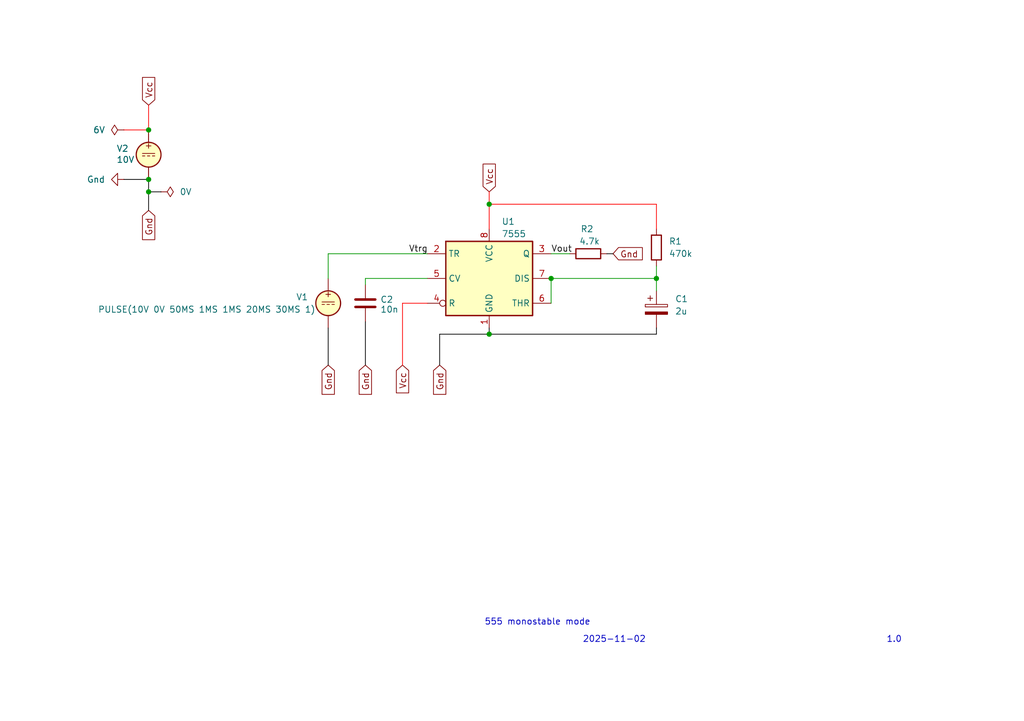
<source format=kicad_sch>
(kicad_sch (version 20250114) (generator "eeschema") (generator_version "9.0")
  (paper "A5")
  (lib_symbols
    (symbol "Device:C" (pin_numbers (hide yes)) (pin_names (offset 0.254))
      (property "Reference" "C" (at 0.635 2.54 0))
      (property "Value" "C" (at 0.635 -2.54 0))
      (symbol "C_0_1"
        (polyline (pts (xy -2.032 0.762) (xy 2.032 0.762)) (stroke (width 0.508)))
        (polyline (pts (xy -2.032 -0.762) (xy 2.032 -0.762)) (stroke (width 0.508)))
      )
      (symbol "C_1_1"
        (pin passive line (at 0 3.81 270) (length 2.794) (name "~") (number "1"))
        (pin passive line (at 0 -3.81 90) (length 2.794) (name "~") (number "2"))
      )
    )
    (symbol "Device:C_Polarized" (pin_numbers (hide yes)) (pin_names (offset 0.254))
      (property "Reference" "C" (at 0.635 2.54 0))
      (property "Value" "C_Polarized" (at 0.635 -2.54 0))
      (symbol "C_Polarized_0_1"
        (rectangle (start -2.286 0.508) (end 2.286 1.016))
        (polyline (pts (xy -1.778 2.286) (xy -0.762 2.286)))
        (polyline (pts (xy -1.27 2.794) (xy -1.27 1.778)))
        (rectangle (start 2.286 -0.508) (end -2.286 -1.016) (fill (type outline)))
      )
      (symbol "C_Polarized_1_1"
        (pin passive line (at 0 3.81 270) (length 2.794) (name "~") (number "1"))
        (pin passive line (at 0 -3.81 90) (length 2.794) (name "~") (number "2"))
      )
    )
    (symbol "Device:R" (pin_numbers (hide yes)) (pin_names (offset 0))
      (property "Reference" "R" (at 2.032 0 90))
      (property "Value" "R" (at 0 0 90))
      (symbol "R_0_1"
        (rectangle (start -1.016 -2.54) (end 1.016 2.54) (stroke (width 0.254)))
      )
      (symbol "R_1_1"
        (pin passive line (at 0 3.81 270) (length 1.27) (name "~") (number "1"))
        (pin passive line (at 0 -3.81 90) (length 1.27) (name "~") (number "2"))
      )
    )
    (symbol "Simulation_SPICE:VDC" (pin_numbers (hide yes)) (pin_names (offset 0.0254))
      (property "Reference" "V" (at 2.54 2.54 0))
      (property "Value" "1" (at 2.54 0 0))
      (symbol "VDC_0_0"
        (polyline (pts (xy -1.27 0.254) (xy 1.27 0.254)))
        (polyline (pts (xy -0.762 -0.254) (xy -1.27 -0.254)))
        (polyline (pts (xy 0.254 -0.254) (xy -0.254 -0.254)))
        (polyline (pts (xy 1.27 -0.254) (xy 0.762 -0.254)))
        (text "+" (at 0 1.905 0) (effects (font (size 1.27 1.27))))
      )
      (symbol "VDC_0_1"
        (circle (center 0 0) (radius 2.54) (stroke (width 0.254)) (fill (type background)))
      )
      (symbol "VDC_1_1"
        (pin passive line (at 0 5.08 270) (length 2.54) (name "~") (number "1"))
        (pin passive line (at 0 -5.08 90) (length 2.54) (name "~") (number "2"))
      )
    )
    (symbol "Timer:LM555xN"
      (property "Reference" "U" (at -10.16 8.89 0))
      (property "Value" "LM555xN" (at 2.54 8.89 0))
      (symbol "LM555xN_0_0"
        (pin power_in line (at 0 10.16 270) (length 2.54) (name "VCC") (number "8"))
        (pin power_in line (at 0 -10.16 90) (length 2.54) (name "GND") (number "1"))
      )
      (symbol "LM555xN_0_1"
        (rectangle (start -8.89 -7.62) (end 8.89 7.62) (stroke (width 0.254)) (fill (type background)))
        (rectangle (start -8.89 -7.62) (end 8.89 7.62) (stroke (width 0.254)) (fill (type background)))
      )
      (symbol "LM555xN_1_1"
        (pin input line (at -12.7 5.08 0) (length 3.81) (name "TR") (number "2"))
        (pin input line (at -12.7 0 0) (length 3.81) (name "CV") (number "5"))
        (pin input inverted (at -12.7 -5.08 0) (length 3.81) (name "R") (number "4"))
        (pin output line (at 12.7 5.08 180) (length 3.81) (name "Q") (number "3"))
        (pin input line (at 12.7 0 180) (length 3.81) (name "DIS") (number "7"))
        (pin input line (at 12.7 -5.08 180) (length 3.81) (name "THR") (number "6"))
      )
    )
    (symbol "power:GND" (power) (pin_numbers (hide yes)) (pin_names (offset 0) (hide yes))
      (property "Value" "GND" (at 0 -3.81 0))
      (symbol "GND_0_1"
        (polyline (pts (xy 0 0) (xy 0 -1.27) (xy 1.27 -1.27) (xy 0 -2.54) (xy -1.27 -1.27) (xy 0 -1.27)))
      )
      (symbol "GND_1_1"
        (pin power_in line (at 0 0 270) (length 0) (name "~") (number "1"))
      )
    )
    (symbol "power:PWR_FLAG" (power) (pin_numbers (hide yes)) (pin_names (offset 0) (hide yes))
      (property "Value" "PWR_FLAG" (at 0 3.81 0))
      (symbol "PWR_FLAG_0_0"
        (pin power_out line (at 0 0 90) (length 0) (name "~") (number "1"))
      )
      (symbol "PWR_FLAG_0_1"
        (polyline (pts (xy 0 0) (xy 0 1.27) (xy -1.016 1.905) (xy 0 2.54) (xy 1.016 1.905) (xy 0 1.27)))
      )
    )
  )
  (text "555 monostable mode" (at 110.236 127.762 0) (effects (font (size 1.27 1.27))))
  (text "2025-11-02" (at 125.984 131.318 0) (effects (font (size 1.27 1.27))))
  (text "1.0" (at 183.388 131.318 0) (effects (font (size 1.27 1.27))))
  (junction (at 30.48 36.83))
  (junction (at 134.62 57.15))
  (junction (at 100.33 68.58))
  (junction (at 30.48 26.67))
  (junction (at 113.03 57.15))
  (junction (at 30.48 39.37))
  (junction (at 100.33 41.91))
  (wire (pts (xy 67.31 52.07) (xy 87.63 52.07)))
  (wire (pts (xy 134.62 41.91) (xy 134.62 46.99)) (stroke (width 0) (color 255 0 0 1)))
  (wire (pts (xy 74.93 66.04) (xy 74.93 74.93)) (stroke (width 0) (color 0 0 0 1)))
  (wire (pts (xy 74.93 57.15) (xy 87.63 57.15)))
  (wire (pts (xy 30.48 39.37) (xy 33.02 39.37)) (stroke (width 0) (color 0 0 0 1)))
  (wire (pts (xy 134.62 57.15) (xy 134.62 59.69)))
  (wire (pts (xy 113.03 57.15) (xy 113.03 62.23)))
  (wire (pts (xy 90.17 68.58) (xy 100.33 68.58)) (stroke (width 0) (color 0 0 0 1)))
  (wire (pts (xy 100.33 41.91) (xy 100.33 46.99)) (stroke (width 0) (color 255 0 0 1)))
  (wire (pts (xy 30.48 39.37) (xy 30.48 43.18)) (stroke (width 0) (color 0 0 0 1)))
  (wire (pts (xy 30.48 21.59) (xy 30.48 26.67)) (stroke (width 0) (color 255 0 0 1)))
  (wire (pts (xy 25.4 26.67) (xy 30.48 26.67)) (stroke (width 0) (color 255 0 0 1)))
  (wire (pts (xy 134.62 54.61) (xy 134.62 57.15)))
  (wire (pts (xy 67.31 67.31) (xy 67.31 74.93)) (stroke (width 0) (color 0 0 0 1)))
  (wire (pts (xy 100.33 39.37) (xy 100.33 41.91)) (stroke (width 0) (color 255 0 0 1)))
  (wire (pts (xy 30.48 39.37) (xy 30.48 36.83)) (stroke (width 0) (color 0 0 0 1)))
  (wire (pts (xy 134.62 67.31) (xy 134.62 68.58)) (stroke (width 0) (color 0 0 0 1)))
  (wire (pts (xy 82.55 62.23) (xy 82.55 74.93)) (stroke (width 0) (color 255 0 0 1)))
  (wire (pts (xy 125.73 52.07) (xy 124.46 52.07)) (stroke (width 0) (color 0 0 0 1)))
  (wire (pts (xy 82.55 62.23) (xy 87.63 62.23)) (stroke (width 0) (color 255 0 0 1)))
  (wire (pts (xy 113.03 57.15) (xy 134.62 57.15)))
  (wire (pts (xy 67.31 57.15) (xy 67.31 52.07)))
  (wire (pts (xy 113.03 52.07) (xy 116.84 52.07)))
  (wire (pts (xy 74.93 57.15) (xy 74.93 58.42)))
  (wire (pts (xy 100.33 68.58) (xy 134.62 68.58)) (stroke (width 0) (color 0 0 0 1)))
  (wire (pts (xy 100.33 67.31) (xy 100.33 68.58)) (stroke (width 0) (color 0 0 0 1)))
  (wire (pts (xy 100.33 41.91) (xy 134.62 41.91)) (stroke (width 0) (color 255 0 0 1)))
  (wire (pts (xy 90.17 68.58) (xy 90.17 74.93)) (stroke (width 0) (color 0 0 0 1)))
  (wire (pts (xy 25.4 36.83) (xy 30.48 36.83)) (stroke (width 0) (color 0 0 0 1)))
  (label "Vout" (at 113.03 52.07 0))
  (label "Vtrg" (at 83.82 52.07 0))
  (global_label "Gnd" (shape input) (at 67.31 74.93 270) (property "Intersheetrefs" "${INTERSHEET_REFS}" (effects (hide yes))))
  (global_label "Gnd" (shape input) (at 74.93 74.93 270) (property "Intersheetrefs" "${INTERSHEET_REFS}" (effects (hide yes))))
  (global_label "Vcc" (shape input) (at 82.55 74.93 270) (property "Intersheetrefs" "${INTERSHEET_REFS}" (effects (hide yes))))
  (global_label "Gnd" (shape input) (at 125.73 52.07 0) (property "Intersheetrefs" "${INTERSHEET_REFS}" (effects (hide yes))))
  (global_label "Gnd" (shape input) (at 90.17 74.93 270) (property "Intersheetrefs" "${INTERSHEET_REFS}" (effects (hide yes))))
  (global_label "Vcc" (shape input) (at 30.48 21.59 90) (property "Intersheetrefs" "${INTERSHEET_REFS}" (effects (hide yes))))
  (global_label "Vcc" (shape input) (at 100.33 39.37 90) (property "Intersheetrefs" "${INTERSHEET_REFS}" (effects (hide yes))))
  (global_label "Gnd" (shape input) (at 30.48 43.18 270) (property "Intersheetrefs" "${INTERSHEET_REFS}" (effects (hide yes))))
  (symbol (lib_id "Timer:LM555xN") (at 100.33 57.15 0) (unit 1)
    (property "Reference" "U1" (at 102.87 45.466 0) (effects (justify left)))
    (property "Value" "7555" (at 102.87 48.006 0) (effects (justify left)))
    (property "Footprint" "Package_DIP:DIP-8_W7.62mm" (effects (hide yes)))
    (property "Datasheet" "http://www.ti.com/lit/ds/symlink/lm555.pdf" (effects (hide yes)))
    (property "Description" "Timer, 555 compatible, PDIP-8" (effects (hide yes)))
    (property "Sim.Library" "/home/kjetil/kicad/NE555.lib" (effects (hide yes)))
    (property "Sim.Name" "NE555" (effects (hide yes)))
    (property "Sim.Device" "SUBCKT" (effects (hide yes)))
    (property "Sim.Pins" "1=1 2=2 3=3 4=4 5=5 6=6 7=7 8=8" (effects (hide yes)))
  )
  (symbol (lib_id "Simulation_SPICE:VDC") (at 67.31 62.23 0) (unit 1)
    (property "Reference" "V1" (at 60.706 60.96 0) (effects (justify left)))
    (property "Value" "PULSE(10V 0V 50MS 1MS 1MS 20MS 30MS 1)" (at 20.066 63.5 0) (effects (justify left)))
    (property "Datasheet" "https://ngspice.sourceforge.io/docs/ngspice-html-manual/manual.xhtml#sec_Independent_Sources_for" (effects (hide yes)))
    (property "Description" "Voltage source, DC" (effects (hide yes)))
    (property "Sim.Pins" "1=+ 2=-" (effects (hide yes)))
    (property "Sim.Type" "DC" (effects (hide yes)))
    (property "Sim.Device" "V" (effects (hide yes)))
  )
  (symbol (lib_id "power:PWR_FLAG") (at 33.02 39.37 270) (unit 1)
    (property "Reference" "#FLG02" (effects (hide yes)))
    (property "Value" "0V" (at 36.83 39.37 90) (effects (justify left)))
    (property "Description" "Special symbol for telling ERC where power comes from" (effects (hide yes)))
  )
  (symbol (lib_id "Device:R") (at 134.62 50.8 0) (unit 1)
    (property "Reference" "R1" (at 137.16 49.5299 0) (effects (justify left)))
    (property "Value" "470k" (at 137.16 52.0699 0) (effects (justify left)))
    (property "Description" "Resistor" (effects (hide yes)))
  )
  (symbol (lib_id "Device:C") (at 74.93 62.23 180) (unit 1)
    (property "Reference" "C2" (at 77.978 61.468 0) (effects (justify right)))
    (property "Value" "10n" (at 77.978 63.5 0) (effects (justify right)))
    (property "Description" "Unpolarized capacitor" (effects (hide yes)))
  )
  (symbol (lib_id "Device:C_Polarized") (at 134.62 63.5 0) (unit 1)
    (property "Reference" "C1" (at 138.43 61.3409 0) (effects (justify left)))
    (property "Value" "2u" (at 138.43 63.8809 0) (effects (justify left)))
    (property "Description" "Polarized capacitor" (effects (hide yes)))
  )
  (symbol (lib_id "Simulation_SPICE:VDC") (at 30.48 31.75 0) (unit 1)
    (property "Reference" "V2" (at 23.876 30.48 0) (effects (justify left)))
    (property "Value" "10V" (at 23.876 32.766 0) (effects (justify left)))
    (property "Datasheet" "https://ngspice.sourceforge.io/docs/ngspice-html-manual/manual.xhtml#sec_Independent_Sources_for" (effects (hide yes)))
    (property "Description" "Voltage source, DC" (effects (hide yes)))
    (property "Sim.Pins" "1=+ 2=-" (effects (hide yes)))
    (property "Sim.Type" "DC" (effects (hide yes)))
    (property "Sim.Device" "V" (effects (hide yes)))
  )
  (symbol (lib_id "power:PWR_FLAG") (at 25.4 26.67 90) (unit 1)
    (property "Reference" "#FLG01" (effects (hide yes)))
    (property "Value" "6V" (at 21.59 26.6699 90) (effects (justify left)))
    (property "Description" "Special symbol for telling ERC where power comes from" (effects (hide yes)))
  )
  (symbol (lib_id "power:GND") (at 25.4 36.83 270) (unit 1)
    (property "Reference" "#PWR01" (effects (hide yes)))
    (property "Value" "Gnd" (at 21.59 36.8299 90) (effects (justify right)))
    (property "Description" "Power symbol creates a global label with name \"GND\" , ground" (effects (hide yes)))
  )
  (symbol (lib_id "Device:R") (at 120.65 52.07 90) (unit 1)
    (property "Reference" "R2" (at 120.396 46.99 90))
    (property "Value" "4.7k" (at 120.904 49.53 90))
    (property "Description" "Resistor" (effects (hide yes)))
  )
)
</source>
